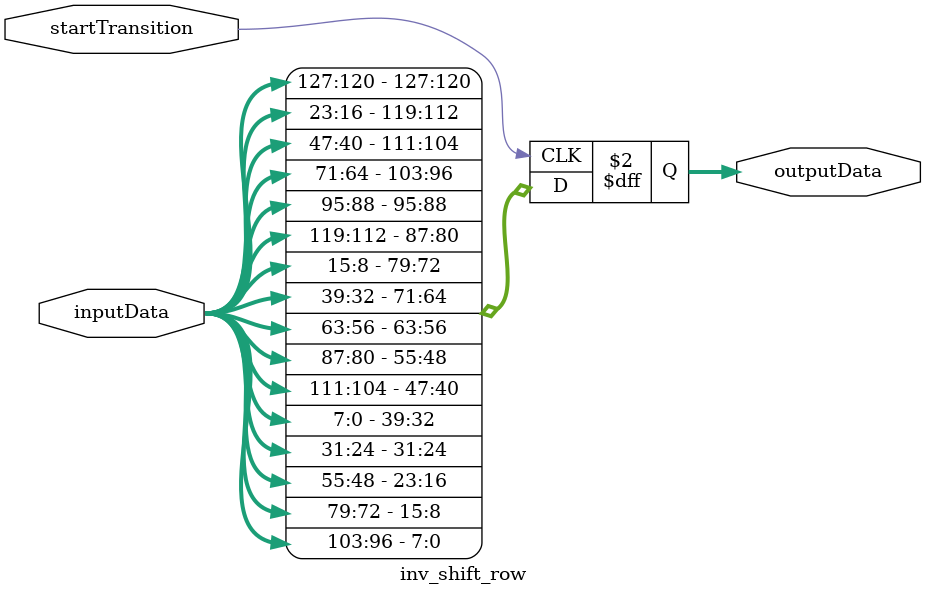
<source format=v>


module inv_shift_row(
	input [127:0] inputData,
	input startTransition,
	output reg [127:0] outputData
);
reg [31:0] word1,word2,word3,word4,word1s,word2s,word3s,word4s;


always @(posedge startTransition) begin 
/*	outputData = {inputData[31:24],   inputData[55:48],
					  inputData[79:72],   inputData[103:96],
					  inputData[127:120], inputData[23:16],
					  inputData[47:40],   inputData[71:64],
					  inputData[95:88],   inputData[119:112],
					  inputData[15:8],    inputData[39:32],
					  inputData[63:56],   inputData[87:80],
					  inputData[111:104], inputData[7:0]
					 };
*/
word1=inputData[127:96];
word2=inputData[95:64];
word3=inputData[63:32];
word4=inputData[31:0];

word1s={word1[31:24],word4[23:16],word3[15:8],word2[7:0]};
word2s={word2[31:24],word1[23:16],word4[15:8],word3[7:0]};
word3s={word3[31:24],word2[23:16],word1[15:8],word4[7:0]};
word4s={word4[31:24],word3[23:16],word2[15:8],word1[7:0]};


outputData={word1s,word2s,word3s,word4s};

end		  
endmodule

</source>
